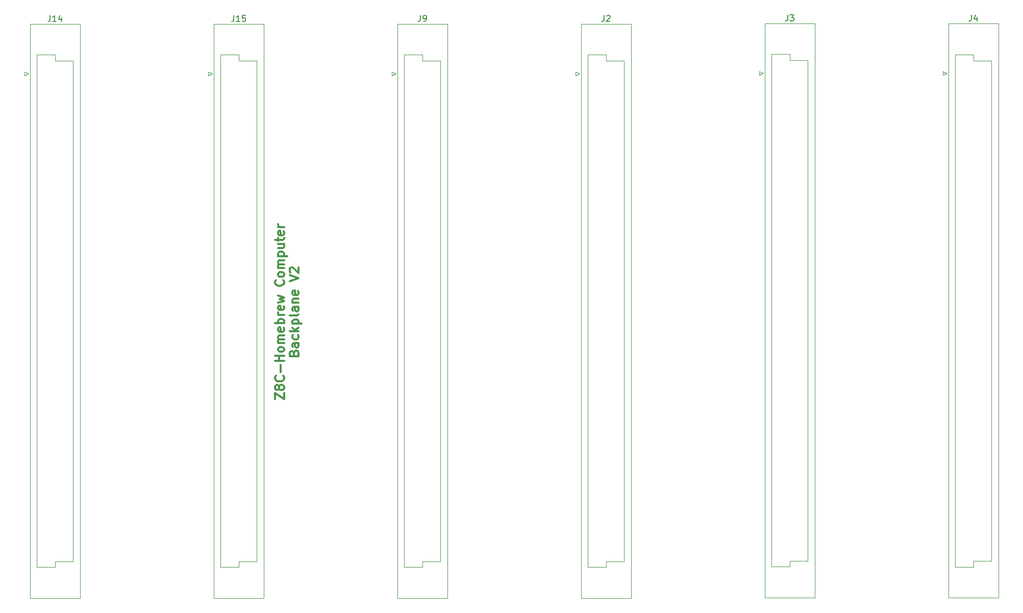
<source format=gbr>
%TF.GenerationSoftware,KiCad,Pcbnew,7.0.11+dfsg-1build4*%
%TF.CreationDate,2024-12-30T23:58:22+01:00*%
%TF.ProjectId,Z80-Backplane,5a38302d-4261-4636-9b70-6c616e652e6b,rev?*%
%TF.SameCoordinates,Original*%
%TF.FileFunction,Legend,Top*%
%TF.FilePolarity,Positive*%
%FSLAX46Y46*%
G04 Gerber Fmt 4.6, Leading zero omitted, Abs format (unit mm)*
G04 Created by KiCad (PCBNEW 7.0.11+dfsg-1build4) date 2024-12-30 23:58:22*
%MOMM*%
%LPD*%
G01*
G04 APERTURE LIST*
%ADD10C,0.300000*%
%ADD11C,0.150000*%
%ADD12C,0.120000*%
G04 APERTURE END LIST*
D10*
X97770828Y-125864285D02*
X97770828Y-124864285D01*
X97770828Y-124864285D02*
X99270828Y-125864285D01*
X99270828Y-125864285D02*
X99270828Y-124864285D01*
X98413685Y-124078571D02*
X98342257Y-124221428D01*
X98342257Y-124221428D02*
X98270828Y-124292857D01*
X98270828Y-124292857D02*
X98127971Y-124364285D01*
X98127971Y-124364285D02*
X98056542Y-124364285D01*
X98056542Y-124364285D02*
X97913685Y-124292857D01*
X97913685Y-124292857D02*
X97842257Y-124221428D01*
X97842257Y-124221428D02*
X97770828Y-124078571D01*
X97770828Y-124078571D02*
X97770828Y-123792857D01*
X97770828Y-123792857D02*
X97842257Y-123650000D01*
X97842257Y-123650000D02*
X97913685Y-123578571D01*
X97913685Y-123578571D02*
X98056542Y-123507142D01*
X98056542Y-123507142D02*
X98127971Y-123507142D01*
X98127971Y-123507142D02*
X98270828Y-123578571D01*
X98270828Y-123578571D02*
X98342257Y-123650000D01*
X98342257Y-123650000D02*
X98413685Y-123792857D01*
X98413685Y-123792857D02*
X98413685Y-124078571D01*
X98413685Y-124078571D02*
X98485114Y-124221428D01*
X98485114Y-124221428D02*
X98556542Y-124292857D01*
X98556542Y-124292857D02*
X98699400Y-124364285D01*
X98699400Y-124364285D02*
X98985114Y-124364285D01*
X98985114Y-124364285D02*
X99127971Y-124292857D01*
X99127971Y-124292857D02*
X99199400Y-124221428D01*
X99199400Y-124221428D02*
X99270828Y-124078571D01*
X99270828Y-124078571D02*
X99270828Y-123792857D01*
X99270828Y-123792857D02*
X99199400Y-123650000D01*
X99199400Y-123650000D02*
X99127971Y-123578571D01*
X99127971Y-123578571D02*
X98985114Y-123507142D01*
X98985114Y-123507142D02*
X98699400Y-123507142D01*
X98699400Y-123507142D02*
X98556542Y-123578571D01*
X98556542Y-123578571D02*
X98485114Y-123650000D01*
X98485114Y-123650000D02*
X98413685Y-123792857D01*
X99127971Y-122007143D02*
X99199400Y-122078571D01*
X99199400Y-122078571D02*
X99270828Y-122292857D01*
X99270828Y-122292857D02*
X99270828Y-122435714D01*
X99270828Y-122435714D02*
X99199400Y-122650000D01*
X99199400Y-122650000D02*
X99056542Y-122792857D01*
X99056542Y-122792857D02*
X98913685Y-122864286D01*
X98913685Y-122864286D02*
X98627971Y-122935714D01*
X98627971Y-122935714D02*
X98413685Y-122935714D01*
X98413685Y-122935714D02*
X98127971Y-122864286D01*
X98127971Y-122864286D02*
X97985114Y-122792857D01*
X97985114Y-122792857D02*
X97842257Y-122650000D01*
X97842257Y-122650000D02*
X97770828Y-122435714D01*
X97770828Y-122435714D02*
X97770828Y-122292857D01*
X97770828Y-122292857D02*
X97842257Y-122078571D01*
X97842257Y-122078571D02*
X97913685Y-122007143D01*
X98699400Y-121364286D02*
X98699400Y-120221429D01*
X99270828Y-119507143D02*
X97770828Y-119507143D01*
X98485114Y-119507143D02*
X98485114Y-118650000D01*
X99270828Y-118650000D02*
X97770828Y-118650000D01*
X99270828Y-117721428D02*
X99199400Y-117864285D01*
X99199400Y-117864285D02*
X99127971Y-117935714D01*
X99127971Y-117935714D02*
X98985114Y-118007142D01*
X98985114Y-118007142D02*
X98556542Y-118007142D01*
X98556542Y-118007142D02*
X98413685Y-117935714D01*
X98413685Y-117935714D02*
X98342257Y-117864285D01*
X98342257Y-117864285D02*
X98270828Y-117721428D01*
X98270828Y-117721428D02*
X98270828Y-117507142D01*
X98270828Y-117507142D02*
X98342257Y-117364285D01*
X98342257Y-117364285D02*
X98413685Y-117292857D01*
X98413685Y-117292857D02*
X98556542Y-117221428D01*
X98556542Y-117221428D02*
X98985114Y-117221428D01*
X98985114Y-117221428D02*
X99127971Y-117292857D01*
X99127971Y-117292857D02*
X99199400Y-117364285D01*
X99199400Y-117364285D02*
X99270828Y-117507142D01*
X99270828Y-117507142D02*
X99270828Y-117721428D01*
X99270828Y-116578571D02*
X98270828Y-116578571D01*
X98413685Y-116578571D02*
X98342257Y-116507142D01*
X98342257Y-116507142D02*
X98270828Y-116364285D01*
X98270828Y-116364285D02*
X98270828Y-116149999D01*
X98270828Y-116149999D02*
X98342257Y-116007142D01*
X98342257Y-116007142D02*
X98485114Y-115935714D01*
X98485114Y-115935714D02*
X99270828Y-115935714D01*
X98485114Y-115935714D02*
X98342257Y-115864285D01*
X98342257Y-115864285D02*
X98270828Y-115721428D01*
X98270828Y-115721428D02*
X98270828Y-115507142D01*
X98270828Y-115507142D02*
X98342257Y-115364285D01*
X98342257Y-115364285D02*
X98485114Y-115292856D01*
X98485114Y-115292856D02*
X99270828Y-115292856D01*
X99199400Y-114007142D02*
X99270828Y-114149999D01*
X99270828Y-114149999D02*
X99270828Y-114435714D01*
X99270828Y-114435714D02*
X99199400Y-114578571D01*
X99199400Y-114578571D02*
X99056542Y-114649999D01*
X99056542Y-114649999D02*
X98485114Y-114649999D01*
X98485114Y-114649999D02*
X98342257Y-114578571D01*
X98342257Y-114578571D02*
X98270828Y-114435714D01*
X98270828Y-114435714D02*
X98270828Y-114149999D01*
X98270828Y-114149999D02*
X98342257Y-114007142D01*
X98342257Y-114007142D02*
X98485114Y-113935714D01*
X98485114Y-113935714D02*
X98627971Y-113935714D01*
X98627971Y-113935714D02*
X98770828Y-114649999D01*
X99270828Y-113292857D02*
X97770828Y-113292857D01*
X98342257Y-113292857D02*
X98270828Y-113150000D01*
X98270828Y-113150000D02*
X98270828Y-112864285D01*
X98270828Y-112864285D02*
X98342257Y-112721428D01*
X98342257Y-112721428D02*
X98413685Y-112650000D01*
X98413685Y-112650000D02*
X98556542Y-112578571D01*
X98556542Y-112578571D02*
X98985114Y-112578571D01*
X98985114Y-112578571D02*
X99127971Y-112650000D01*
X99127971Y-112650000D02*
X99199400Y-112721428D01*
X99199400Y-112721428D02*
X99270828Y-112864285D01*
X99270828Y-112864285D02*
X99270828Y-113150000D01*
X99270828Y-113150000D02*
X99199400Y-113292857D01*
X99270828Y-111935714D02*
X98270828Y-111935714D01*
X98556542Y-111935714D02*
X98413685Y-111864285D01*
X98413685Y-111864285D02*
X98342257Y-111792857D01*
X98342257Y-111792857D02*
X98270828Y-111649999D01*
X98270828Y-111649999D02*
X98270828Y-111507142D01*
X99199400Y-110435714D02*
X99270828Y-110578571D01*
X99270828Y-110578571D02*
X99270828Y-110864286D01*
X99270828Y-110864286D02*
X99199400Y-111007143D01*
X99199400Y-111007143D02*
X99056542Y-111078571D01*
X99056542Y-111078571D02*
X98485114Y-111078571D01*
X98485114Y-111078571D02*
X98342257Y-111007143D01*
X98342257Y-111007143D02*
X98270828Y-110864286D01*
X98270828Y-110864286D02*
X98270828Y-110578571D01*
X98270828Y-110578571D02*
X98342257Y-110435714D01*
X98342257Y-110435714D02*
X98485114Y-110364286D01*
X98485114Y-110364286D02*
X98627971Y-110364286D01*
X98627971Y-110364286D02*
X98770828Y-111078571D01*
X98270828Y-109864286D02*
X99270828Y-109578572D01*
X99270828Y-109578572D02*
X98556542Y-109292857D01*
X98556542Y-109292857D02*
X99270828Y-109007143D01*
X99270828Y-109007143D02*
X98270828Y-108721429D01*
X99127971Y-106150000D02*
X99199400Y-106221428D01*
X99199400Y-106221428D02*
X99270828Y-106435714D01*
X99270828Y-106435714D02*
X99270828Y-106578571D01*
X99270828Y-106578571D02*
X99199400Y-106792857D01*
X99199400Y-106792857D02*
X99056542Y-106935714D01*
X99056542Y-106935714D02*
X98913685Y-107007143D01*
X98913685Y-107007143D02*
X98627971Y-107078571D01*
X98627971Y-107078571D02*
X98413685Y-107078571D01*
X98413685Y-107078571D02*
X98127971Y-107007143D01*
X98127971Y-107007143D02*
X97985114Y-106935714D01*
X97985114Y-106935714D02*
X97842257Y-106792857D01*
X97842257Y-106792857D02*
X97770828Y-106578571D01*
X97770828Y-106578571D02*
X97770828Y-106435714D01*
X97770828Y-106435714D02*
X97842257Y-106221428D01*
X97842257Y-106221428D02*
X97913685Y-106150000D01*
X99270828Y-105292857D02*
X99199400Y-105435714D01*
X99199400Y-105435714D02*
X99127971Y-105507143D01*
X99127971Y-105507143D02*
X98985114Y-105578571D01*
X98985114Y-105578571D02*
X98556542Y-105578571D01*
X98556542Y-105578571D02*
X98413685Y-105507143D01*
X98413685Y-105507143D02*
X98342257Y-105435714D01*
X98342257Y-105435714D02*
X98270828Y-105292857D01*
X98270828Y-105292857D02*
X98270828Y-105078571D01*
X98270828Y-105078571D02*
X98342257Y-104935714D01*
X98342257Y-104935714D02*
X98413685Y-104864286D01*
X98413685Y-104864286D02*
X98556542Y-104792857D01*
X98556542Y-104792857D02*
X98985114Y-104792857D01*
X98985114Y-104792857D02*
X99127971Y-104864286D01*
X99127971Y-104864286D02*
X99199400Y-104935714D01*
X99199400Y-104935714D02*
X99270828Y-105078571D01*
X99270828Y-105078571D02*
X99270828Y-105292857D01*
X99270828Y-104150000D02*
X98270828Y-104150000D01*
X98413685Y-104150000D02*
X98342257Y-104078571D01*
X98342257Y-104078571D02*
X98270828Y-103935714D01*
X98270828Y-103935714D02*
X98270828Y-103721428D01*
X98270828Y-103721428D02*
X98342257Y-103578571D01*
X98342257Y-103578571D02*
X98485114Y-103507143D01*
X98485114Y-103507143D02*
X99270828Y-103507143D01*
X98485114Y-103507143D02*
X98342257Y-103435714D01*
X98342257Y-103435714D02*
X98270828Y-103292857D01*
X98270828Y-103292857D02*
X98270828Y-103078571D01*
X98270828Y-103078571D02*
X98342257Y-102935714D01*
X98342257Y-102935714D02*
X98485114Y-102864285D01*
X98485114Y-102864285D02*
X99270828Y-102864285D01*
X98270828Y-102150000D02*
X99770828Y-102150000D01*
X98342257Y-102150000D02*
X98270828Y-102007143D01*
X98270828Y-102007143D02*
X98270828Y-101721428D01*
X98270828Y-101721428D02*
X98342257Y-101578571D01*
X98342257Y-101578571D02*
X98413685Y-101507143D01*
X98413685Y-101507143D02*
X98556542Y-101435714D01*
X98556542Y-101435714D02*
X98985114Y-101435714D01*
X98985114Y-101435714D02*
X99127971Y-101507143D01*
X99127971Y-101507143D02*
X99199400Y-101578571D01*
X99199400Y-101578571D02*
X99270828Y-101721428D01*
X99270828Y-101721428D02*
X99270828Y-102007143D01*
X99270828Y-102007143D02*
X99199400Y-102150000D01*
X98270828Y-100150000D02*
X99270828Y-100150000D01*
X98270828Y-100792857D02*
X99056542Y-100792857D01*
X99056542Y-100792857D02*
X99199400Y-100721428D01*
X99199400Y-100721428D02*
X99270828Y-100578571D01*
X99270828Y-100578571D02*
X99270828Y-100364285D01*
X99270828Y-100364285D02*
X99199400Y-100221428D01*
X99199400Y-100221428D02*
X99127971Y-100150000D01*
X98270828Y-99649999D02*
X98270828Y-99078571D01*
X97770828Y-99435714D02*
X99056542Y-99435714D01*
X99056542Y-99435714D02*
X99199400Y-99364285D01*
X99199400Y-99364285D02*
X99270828Y-99221428D01*
X99270828Y-99221428D02*
X99270828Y-99078571D01*
X99199400Y-98007142D02*
X99270828Y-98149999D01*
X99270828Y-98149999D02*
X99270828Y-98435714D01*
X99270828Y-98435714D02*
X99199400Y-98578571D01*
X99199400Y-98578571D02*
X99056542Y-98649999D01*
X99056542Y-98649999D02*
X98485114Y-98649999D01*
X98485114Y-98649999D02*
X98342257Y-98578571D01*
X98342257Y-98578571D02*
X98270828Y-98435714D01*
X98270828Y-98435714D02*
X98270828Y-98149999D01*
X98270828Y-98149999D02*
X98342257Y-98007142D01*
X98342257Y-98007142D02*
X98485114Y-97935714D01*
X98485114Y-97935714D02*
X98627971Y-97935714D01*
X98627971Y-97935714D02*
X98770828Y-98649999D01*
X99270828Y-97292857D02*
X98270828Y-97292857D01*
X98556542Y-97292857D02*
X98413685Y-97221428D01*
X98413685Y-97221428D02*
X98342257Y-97150000D01*
X98342257Y-97150000D02*
X98270828Y-97007142D01*
X98270828Y-97007142D02*
X98270828Y-96864285D01*
X100900114Y-118221428D02*
X100971542Y-118007142D01*
X100971542Y-118007142D02*
X101042971Y-117935713D01*
X101042971Y-117935713D02*
X101185828Y-117864285D01*
X101185828Y-117864285D02*
X101400114Y-117864285D01*
X101400114Y-117864285D02*
X101542971Y-117935713D01*
X101542971Y-117935713D02*
X101614400Y-118007142D01*
X101614400Y-118007142D02*
X101685828Y-118149999D01*
X101685828Y-118149999D02*
X101685828Y-118721428D01*
X101685828Y-118721428D02*
X100185828Y-118721428D01*
X100185828Y-118721428D02*
X100185828Y-118221428D01*
X100185828Y-118221428D02*
X100257257Y-118078571D01*
X100257257Y-118078571D02*
X100328685Y-118007142D01*
X100328685Y-118007142D02*
X100471542Y-117935713D01*
X100471542Y-117935713D02*
X100614400Y-117935713D01*
X100614400Y-117935713D02*
X100757257Y-118007142D01*
X100757257Y-118007142D02*
X100828685Y-118078571D01*
X100828685Y-118078571D02*
X100900114Y-118221428D01*
X100900114Y-118221428D02*
X100900114Y-118721428D01*
X101685828Y-116578571D02*
X100900114Y-116578571D01*
X100900114Y-116578571D02*
X100757257Y-116649999D01*
X100757257Y-116649999D02*
X100685828Y-116792856D01*
X100685828Y-116792856D02*
X100685828Y-117078571D01*
X100685828Y-117078571D02*
X100757257Y-117221428D01*
X101614400Y-116578571D02*
X101685828Y-116721428D01*
X101685828Y-116721428D02*
X101685828Y-117078571D01*
X101685828Y-117078571D02*
X101614400Y-117221428D01*
X101614400Y-117221428D02*
X101471542Y-117292856D01*
X101471542Y-117292856D02*
X101328685Y-117292856D01*
X101328685Y-117292856D02*
X101185828Y-117221428D01*
X101185828Y-117221428D02*
X101114400Y-117078571D01*
X101114400Y-117078571D02*
X101114400Y-116721428D01*
X101114400Y-116721428D02*
X101042971Y-116578571D01*
X101614400Y-115221428D02*
X101685828Y-115364285D01*
X101685828Y-115364285D02*
X101685828Y-115649999D01*
X101685828Y-115649999D02*
X101614400Y-115792856D01*
X101614400Y-115792856D02*
X101542971Y-115864285D01*
X101542971Y-115864285D02*
X101400114Y-115935713D01*
X101400114Y-115935713D02*
X100971542Y-115935713D01*
X100971542Y-115935713D02*
X100828685Y-115864285D01*
X100828685Y-115864285D02*
X100757257Y-115792856D01*
X100757257Y-115792856D02*
X100685828Y-115649999D01*
X100685828Y-115649999D02*
X100685828Y-115364285D01*
X100685828Y-115364285D02*
X100757257Y-115221428D01*
X101685828Y-114578571D02*
X100185828Y-114578571D01*
X101114400Y-114435714D02*
X101685828Y-114007142D01*
X100685828Y-114007142D02*
X101257257Y-114578571D01*
X100685828Y-113364285D02*
X102185828Y-113364285D01*
X100757257Y-113364285D02*
X100685828Y-113221428D01*
X100685828Y-113221428D02*
X100685828Y-112935713D01*
X100685828Y-112935713D02*
X100757257Y-112792856D01*
X100757257Y-112792856D02*
X100828685Y-112721428D01*
X100828685Y-112721428D02*
X100971542Y-112649999D01*
X100971542Y-112649999D02*
X101400114Y-112649999D01*
X101400114Y-112649999D02*
X101542971Y-112721428D01*
X101542971Y-112721428D02*
X101614400Y-112792856D01*
X101614400Y-112792856D02*
X101685828Y-112935713D01*
X101685828Y-112935713D02*
X101685828Y-113221428D01*
X101685828Y-113221428D02*
X101614400Y-113364285D01*
X101685828Y-111792856D02*
X101614400Y-111935713D01*
X101614400Y-111935713D02*
X101471542Y-112007142D01*
X101471542Y-112007142D02*
X100185828Y-112007142D01*
X101685828Y-110578571D02*
X100900114Y-110578571D01*
X100900114Y-110578571D02*
X100757257Y-110649999D01*
X100757257Y-110649999D02*
X100685828Y-110792856D01*
X100685828Y-110792856D02*
X100685828Y-111078571D01*
X100685828Y-111078571D02*
X100757257Y-111221428D01*
X101614400Y-110578571D02*
X101685828Y-110721428D01*
X101685828Y-110721428D02*
X101685828Y-111078571D01*
X101685828Y-111078571D02*
X101614400Y-111221428D01*
X101614400Y-111221428D02*
X101471542Y-111292856D01*
X101471542Y-111292856D02*
X101328685Y-111292856D01*
X101328685Y-111292856D02*
X101185828Y-111221428D01*
X101185828Y-111221428D02*
X101114400Y-111078571D01*
X101114400Y-111078571D02*
X101114400Y-110721428D01*
X101114400Y-110721428D02*
X101042971Y-110578571D01*
X100685828Y-109864285D02*
X101685828Y-109864285D01*
X100828685Y-109864285D02*
X100757257Y-109792856D01*
X100757257Y-109792856D02*
X100685828Y-109649999D01*
X100685828Y-109649999D02*
X100685828Y-109435713D01*
X100685828Y-109435713D02*
X100757257Y-109292856D01*
X100757257Y-109292856D02*
X100900114Y-109221428D01*
X100900114Y-109221428D02*
X101685828Y-109221428D01*
X101614400Y-107935713D02*
X101685828Y-108078570D01*
X101685828Y-108078570D02*
X101685828Y-108364285D01*
X101685828Y-108364285D02*
X101614400Y-108507142D01*
X101614400Y-108507142D02*
X101471542Y-108578570D01*
X101471542Y-108578570D02*
X100900114Y-108578570D01*
X100900114Y-108578570D02*
X100757257Y-108507142D01*
X100757257Y-108507142D02*
X100685828Y-108364285D01*
X100685828Y-108364285D02*
X100685828Y-108078570D01*
X100685828Y-108078570D02*
X100757257Y-107935713D01*
X100757257Y-107935713D02*
X100900114Y-107864285D01*
X100900114Y-107864285D02*
X101042971Y-107864285D01*
X101042971Y-107864285D02*
X101185828Y-108578570D01*
X100185828Y-106292856D02*
X101685828Y-105792856D01*
X101685828Y-105792856D02*
X100185828Y-105292856D01*
X100328685Y-104864285D02*
X100257257Y-104792857D01*
X100257257Y-104792857D02*
X100185828Y-104650000D01*
X100185828Y-104650000D02*
X100185828Y-104292857D01*
X100185828Y-104292857D02*
X100257257Y-104150000D01*
X100257257Y-104150000D02*
X100328685Y-104078571D01*
X100328685Y-104078571D02*
X100471542Y-104007142D01*
X100471542Y-104007142D02*
X100614400Y-104007142D01*
X100614400Y-104007142D02*
X100828685Y-104078571D01*
X100828685Y-104078571D02*
X101685828Y-104935714D01*
X101685828Y-104935714D02*
X101685828Y-104007142D01*
D11*
X182856666Y-62124819D02*
X182856666Y-62839104D01*
X182856666Y-62839104D02*
X182809047Y-62981961D01*
X182809047Y-62981961D02*
X182713809Y-63077200D01*
X182713809Y-63077200D02*
X182570952Y-63124819D01*
X182570952Y-63124819D02*
X182475714Y-63124819D01*
X183237619Y-62124819D02*
X183856666Y-62124819D01*
X183856666Y-62124819D02*
X183523333Y-62505771D01*
X183523333Y-62505771D02*
X183666190Y-62505771D01*
X183666190Y-62505771D02*
X183761428Y-62553390D01*
X183761428Y-62553390D02*
X183809047Y-62601009D01*
X183809047Y-62601009D02*
X183856666Y-62696247D01*
X183856666Y-62696247D02*
X183856666Y-62934342D01*
X183856666Y-62934342D02*
X183809047Y-63029580D01*
X183809047Y-63029580D02*
X183761428Y-63077200D01*
X183761428Y-63077200D02*
X183666190Y-63124819D01*
X183666190Y-63124819D02*
X183380476Y-63124819D01*
X183380476Y-63124819D02*
X183285238Y-63077200D01*
X183285238Y-63077200D02*
X183237619Y-63029580D01*
X213336666Y-62154819D02*
X213336666Y-62869104D01*
X213336666Y-62869104D02*
X213289047Y-63011961D01*
X213289047Y-63011961D02*
X213193809Y-63107200D01*
X213193809Y-63107200D02*
X213050952Y-63154819D01*
X213050952Y-63154819D02*
X212955714Y-63154819D01*
X214241428Y-62488152D02*
X214241428Y-63154819D01*
X214003333Y-62107200D02*
X213765238Y-62821485D01*
X213765238Y-62821485D02*
X214384285Y-62821485D01*
X60460476Y-62204819D02*
X60460476Y-62919104D01*
X60460476Y-62919104D02*
X60412857Y-63061961D01*
X60412857Y-63061961D02*
X60317619Y-63157200D01*
X60317619Y-63157200D02*
X60174762Y-63204819D01*
X60174762Y-63204819D02*
X60079524Y-63204819D01*
X61460476Y-63204819D02*
X60889048Y-63204819D01*
X61174762Y-63204819D02*
X61174762Y-62204819D01*
X61174762Y-62204819D02*
X61079524Y-62347676D01*
X61079524Y-62347676D02*
X60984286Y-62442914D01*
X60984286Y-62442914D02*
X60889048Y-62490533D01*
X62317619Y-62538152D02*
X62317619Y-63204819D01*
X62079524Y-62157200D02*
X61841429Y-62871485D01*
X61841429Y-62871485D02*
X62460476Y-62871485D01*
X152376666Y-62204819D02*
X152376666Y-62919104D01*
X152376666Y-62919104D02*
X152329047Y-63061961D01*
X152329047Y-63061961D02*
X152233809Y-63157200D01*
X152233809Y-63157200D02*
X152090952Y-63204819D01*
X152090952Y-63204819D02*
X151995714Y-63204819D01*
X152805238Y-62300057D02*
X152852857Y-62252438D01*
X152852857Y-62252438D02*
X152948095Y-62204819D01*
X152948095Y-62204819D02*
X153186190Y-62204819D01*
X153186190Y-62204819D02*
X153281428Y-62252438D01*
X153281428Y-62252438D02*
X153329047Y-62300057D01*
X153329047Y-62300057D02*
X153376666Y-62395295D01*
X153376666Y-62395295D02*
X153376666Y-62490533D01*
X153376666Y-62490533D02*
X153329047Y-62633390D01*
X153329047Y-62633390D02*
X152757619Y-63204819D01*
X152757619Y-63204819D02*
X153376666Y-63204819D01*
X90940476Y-62204819D02*
X90940476Y-62919104D01*
X90940476Y-62919104D02*
X90892857Y-63061961D01*
X90892857Y-63061961D02*
X90797619Y-63157200D01*
X90797619Y-63157200D02*
X90654762Y-63204819D01*
X90654762Y-63204819D02*
X90559524Y-63204819D01*
X91940476Y-63204819D02*
X91369048Y-63204819D01*
X91654762Y-63204819D02*
X91654762Y-62204819D01*
X91654762Y-62204819D02*
X91559524Y-62347676D01*
X91559524Y-62347676D02*
X91464286Y-62442914D01*
X91464286Y-62442914D02*
X91369048Y-62490533D01*
X92845238Y-62204819D02*
X92369048Y-62204819D01*
X92369048Y-62204819D02*
X92321429Y-62681009D01*
X92321429Y-62681009D02*
X92369048Y-62633390D01*
X92369048Y-62633390D02*
X92464286Y-62585771D01*
X92464286Y-62585771D02*
X92702381Y-62585771D01*
X92702381Y-62585771D02*
X92797619Y-62633390D01*
X92797619Y-62633390D02*
X92845238Y-62681009D01*
X92845238Y-62681009D02*
X92892857Y-62776247D01*
X92892857Y-62776247D02*
X92892857Y-63014342D01*
X92892857Y-63014342D02*
X92845238Y-63109580D01*
X92845238Y-63109580D02*
X92797619Y-63157200D01*
X92797619Y-63157200D02*
X92702381Y-63204819D01*
X92702381Y-63204819D02*
X92464286Y-63204819D01*
X92464286Y-63204819D02*
X92369048Y-63157200D01*
X92369048Y-63157200D02*
X92321429Y-63109580D01*
X121896666Y-62204819D02*
X121896666Y-62919104D01*
X121896666Y-62919104D02*
X121849047Y-63061961D01*
X121849047Y-63061961D02*
X121753809Y-63157200D01*
X121753809Y-63157200D02*
X121610952Y-63204819D01*
X121610952Y-63204819D02*
X121515714Y-63204819D01*
X122420476Y-63204819D02*
X122610952Y-63204819D01*
X122610952Y-63204819D02*
X122706190Y-63157200D01*
X122706190Y-63157200D02*
X122753809Y-63109580D01*
X122753809Y-63109580D02*
X122849047Y-62966723D01*
X122849047Y-62966723D02*
X122896666Y-62776247D01*
X122896666Y-62776247D02*
X122896666Y-62395295D01*
X122896666Y-62395295D02*
X122849047Y-62300057D01*
X122849047Y-62300057D02*
X122801428Y-62252438D01*
X122801428Y-62252438D02*
X122706190Y-62204819D01*
X122706190Y-62204819D02*
X122515714Y-62204819D01*
X122515714Y-62204819D02*
X122420476Y-62252438D01*
X122420476Y-62252438D02*
X122372857Y-62300057D01*
X122372857Y-62300057D02*
X122325238Y-62395295D01*
X122325238Y-62395295D02*
X122325238Y-62633390D01*
X122325238Y-62633390D02*
X122372857Y-62728628D01*
X122372857Y-62728628D02*
X122420476Y-62776247D01*
X122420476Y-62776247D02*
X122515714Y-62823866D01*
X122515714Y-62823866D02*
X122706190Y-62823866D01*
X122706190Y-62823866D02*
X122801428Y-62776247D01*
X122801428Y-62776247D02*
X122849047Y-62728628D01*
X122849047Y-62728628D02*
X122896666Y-62633390D01*
D12*
%TO.C,J3*%
X178160000Y-71500000D02*
X178160000Y-72100000D01*
X178160000Y-72100000D02*
X178840000Y-71800000D01*
X178840000Y-71800000D02*
X178160000Y-71500000D01*
X179030000Y-63560000D02*
X187350000Y-63560000D01*
X179030000Y-158780000D02*
X179030000Y-63560000D01*
X180190000Y-68669000D02*
X183190000Y-68669000D01*
X180190000Y-153670000D02*
X180190000Y-68669000D01*
X183190000Y-68669000D02*
X183190000Y-69669000D01*
X183190000Y-69669000D02*
X186190000Y-69669000D01*
X183190000Y-152670000D02*
X183190000Y-153670000D01*
X183190000Y-153670000D02*
X180190000Y-153670000D01*
X186190000Y-69669000D02*
X186190000Y-152670000D01*
X186190000Y-152670000D02*
X183190000Y-152670000D01*
X187350000Y-63560000D02*
X187350000Y-158780000D01*
X187350000Y-158780000D02*
X179030000Y-158780000D01*
%TO.C,J4*%
X208640000Y-71530000D02*
X208640000Y-72130000D01*
X208640000Y-72130000D02*
X209320000Y-71830000D01*
X209320000Y-71830000D02*
X208640000Y-71530000D01*
X209510000Y-63590000D02*
X217830000Y-63590000D01*
X209510000Y-158810000D02*
X209510000Y-63590000D01*
X210670000Y-68699000D02*
X213670000Y-68699000D01*
X210670000Y-153700000D02*
X210670000Y-68699000D01*
X213670000Y-68699000D02*
X213670000Y-69699000D01*
X213670000Y-69699000D02*
X216670000Y-69699000D01*
X213670000Y-152700000D02*
X213670000Y-153700000D01*
X213670000Y-153700000D02*
X210670000Y-153700000D01*
X216670000Y-69699000D02*
X216670000Y-152700000D01*
X216670000Y-152700000D02*
X213670000Y-152700000D01*
X217830000Y-63590000D02*
X217830000Y-158810000D01*
X217830000Y-158810000D02*
X209510000Y-158810000D01*
%TO.C,J14*%
X56240000Y-71580000D02*
X56240000Y-72180000D01*
X56240000Y-72180000D02*
X56920000Y-71880000D01*
X56920000Y-71880000D02*
X56240000Y-71580000D01*
X57110000Y-63640000D02*
X65430000Y-63640000D01*
X57110000Y-158860000D02*
X57110000Y-63640000D01*
X58270000Y-68749000D02*
X61270000Y-68749000D01*
X58270000Y-153750000D02*
X58270000Y-68749000D01*
X61270000Y-68749000D02*
X61270000Y-69749000D01*
X61270000Y-69749000D02*
X64270000Y-69749000D01*
X61270000Y-152750000D02*
X61270000Y-153750000D01*
X61270000Y-153750000D02*
X58270000Y-153750000D01*
X64270000Y-69749000D02*
X64270000Y-152750000D01*
X64270000Y-152750000D02*
X61270000Y-152750000D01*
X65430000Y-63640000D02*
X65430000Y-158860000D01*
X65430000Y-158860000D02*
X57110000Y-158860000D01*
%TO.C,J2*%
X147680000Y-71580000D02*
X147680000Y-72180000D01*
X147680000Y-72180000D02*
X148360000Y-71880000D01*
X148360000Y-71880000D02*
X147680000Y-71580000D01*
X148550000Y-63640000D02*
X156870000Y-63640000D01*
X148550000Y-158860000D02*
X148550000Y-63640000D01*
X149710000Y-68749000D02*
X152710000Y-68749000D01*
X149710000Y-153750000D02*
X149710000Y-68749000D01*
X152710000Y-68749000D02*
X152710000Y-69749000D01*
X152710000Y-69749000D02*
X155710000Y-69749000D01*
X152710000Y-152750000D02*
X152710000Y-153750000D01*
X152710000Y-153750000D02*
X149710000Y-153750000D01*
X155710000Y-69749000D02*
X155710000Y-152750000D01*
X155710000Y-152750000D02*
X152710000Y-152750000D01*
X156870000Y-63640000D02*
X156870000Y-158860000D01*
X156870000Y-158860000D02*
X148550000Y-158860000D01*
%TO.C,J15*%
X86720000Y-71580000D02*
X86720000Y-72180000D01*
X86720000Y-72180000D02*
X87400000Y-71880000D01*
X87400000Y-71880000D02*
X86720000Y-71580000D01*
X87590000Y-63640000D02*
X95910000Y-63640000D01*
X87590000Y-158860000D02*
X87590000Y-63640000D01*
X88750000Y-68749000D02*
X91750000Y-68749000D01*
X88750000Y-153750000D02*
X88750000Y-68749000D01*
X91750000Y-68749000D02*
X91750000Y-69749000D01*
X91750000Y-69749000D02*
X94750000Y-69749000D01*
X91750000Y-152750000D02*
X91750000Y-153750000D01*
X91750000Y-153750000D02*
X88750000Y-153750000D01*
X94750000Y-69749000D02*
X94750000Y-152750000D01*
X94750000Y-152750000D02*
X91750000Y-152750000D01*
X95910000Y-63640000D02*
X95910000Y-158860000D01*
X95910000Y-158860000D02*
X87590000Y-158860000D01*
%TO.C,J9*%
X117200000Y-71580000D02*
X117200000Y-72180000D01*
X117200000Y-72180000D02*
X117880000Y-71880000D01*
X117880000Y-71880000D02*
X117200000Y-71580000D01*
X118070000Y-63640000D02*
X126390000Y-63640000D01*
X118070000Y-158860000D02*
X118070000Y-63640000D01*
X119230000Y-68749000D02*
X122230000Y-68749000D01*
X119230000Y-153750000D02*
X119230000Y-68749000D01*
X122230000Y-68749000D02*
X122230000Y-69749000D01*
X122230000Y-69749000D02*
X125230000Y-69749000D01*
X122230000Y-152750000D02*
X122230000Y-153750000D01*
X122230000Y-153750000D02*
X119230000Y-153750000D01*
X125230000Y-69749000D02*
X125230000Y-152750000D01*
X125230000Y-152750000D02*
X122230000Y-152750000D01*
X126390000Y-63640000D02*
X126390000Y-158860000D01*
X126390000Y-158860000D02*
X118070000Y-158860000D01*
%TD*%
M02*

</source>
